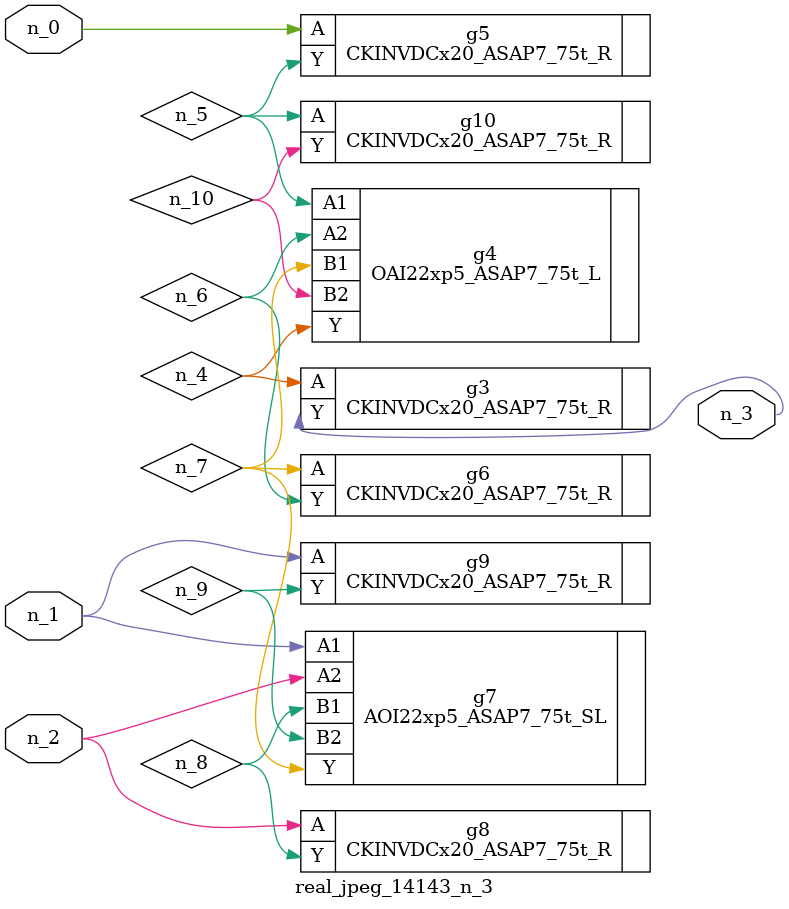
<source format=v>
module real_jpeg_14143_n_3 (n_1, n_0, n_2, n_3);

input n_1;
input n_0;
input n_2;

output n_3;

wire n_5;
wire n_8;
wire n_4;
wire n_6;
wire n_7;
wire n_10;
wire n_9;

CKINVDCx20_ASAP7_75t_R g5 ( 
.A(n_0),
.Y(n_5)
);

AOI22xp5_ASAP7_75t_SL g7 ( 
.A1(n_1),
.A2(n_2),
.B1(n_8),
.B2(n_9),
.Y(n_7)
);

CKINVDCx20_ASAP7_75t_R g9 ( 
.A(n_1),
.Y(n_9)
);

CKINVDCx20_ASAP7_75t_R g8 ( 
.A(n_2),
.Y(n_8)
);

CKINVDCx20_ASAP7_75t_R g3 ( 
.A(n_4),
.Y(n_3)
);

OAI22xp5_ASAP7_75t_L g4 ( 
.A1(n_5),
.A2(n_6),
.B1(n_7),
.B2(n_10),
.Y(n_4)
);

CKINVDCx20_ASAP7_75t_R g10 ( 
.A(n_5),
.Y(n_10)
);

CKINVDCx20_ASAP7_75t_R g6 ( 
.A(n_7),
.Y(n_6)
);


endmodule
</source>
